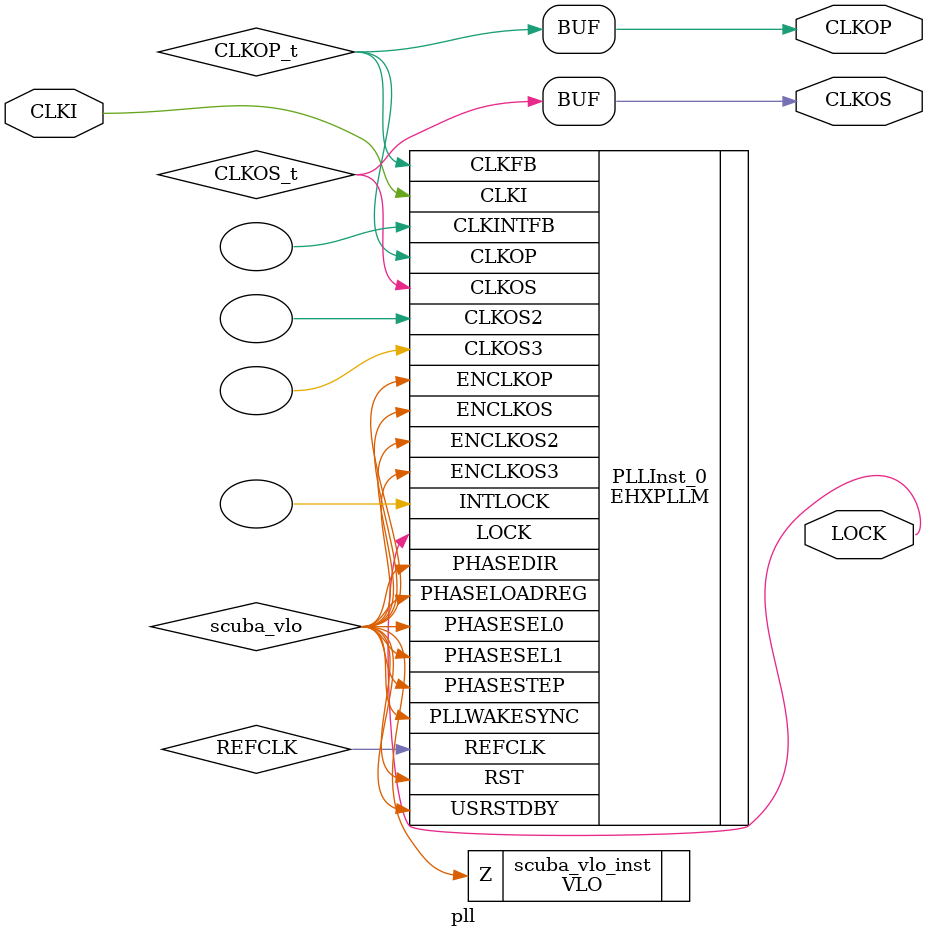
<source format=v>
/* Verilog netlist generated by SCUBA Diamond (64-bit) 3.13.0.56.2 */
/* Module Version: 5.7 */
/* C:\lscc\diamond\3.13\ispfpga\bin\nt64\scuba.exe -w -n pll -lang verilog -synth lse -bus_exp 7 -bb -arch sn5w00 -type pll -fin 83 -fclkop 83 -fclkop_tol 0.0 -fclkos 498 -fclkos_tol 0.0 -phases 0 -phase_cntl STATIC -lock -fb_mode 1 -fdc C:/Users/ethanhead/Desktop/gen3-cam-fw/crosslink_U3v_Project/u3v_live_aud_nd_vid_explorer_des/pll/pll.fdc  */
/* Thu Sep 19 01:55:28 2024 */


`timescale 1 ns / 1 ps
module pll (CLKI, CLKOP, CLKOS, LOCK)/* synthesis NGD_DRC_MASK=1 */;
    input wire CLKI;
    output wire CLKOP;
    output wire CLKOS;
    output wire LOCK;

    wire REFCLK;
    wire CLKOS_t;
    wire CLKOP_t;
    wire scuba_vhi;
    wire scuba_vlo;

    VHI scuba_vhi_inst (.Z(scuba_vhi));

    VLO scuba_vlo_inst (.Z(scuba_vlo));

    defparam PLLInst_0.PLLRST_ENA = "DISABLED" ;
    defparam PLLInst_0.INTFB_WAKE = "DISABLED" ;
    defparam PLLInst_0.STDBY_ENABLE = "DISABLED" ;
    defparam PLLInst_0.DPHASE_SOURCE = "DISABLED" ;
    defparam PLLInst_0.CLKOS3_FPHASE = 0 ;
    defparam PLLInst_0.CLKOS3_CPHASE = 0 ;
    defparam PLLInst_0.CLKOS2_FPHASE = 0 ;
    defparam PLLInst_0.CLKOS2_CPHASE = 0 ;
    defparam PLLInst_0.CLKOS_FPHASE = 0 ;
    defparam PLLInst_0.CLKOS_CPHASE = 1 ;
    defparam PLLInst_0.CLKOP_FPHASE = 0 ;
    defparam PLLInst_0.CLKOP_CPHASE = 11 ;
    defparam PLLInst_0.PLL_LOCK_MODE = 0 ;
    defparam PLLInst_0.CLKOS_TRIM_DELAY = 0 ;
    defparam PLLInst_0.CLKOS_TRIM_POL = "FALLING" ;
    defparam PLLInst_0.CLKOP_TRIM_DELAY = 0 ;
    defparam PLLInst_0.CLKOP_TRIM_POL = "FALLING" ;
    defparam PLLInst_0.OUTDIVIDER_MUXD = "DIVD" ;
    defparam PLLInst_0.CLKOS3_ENABLE = "DISABLED" ;
    defparam PLLInst_0.OUTDIVIDER_MUXC = "DIVC" ;
    defparam PLLInst_0.CLKOS2_ENABLE = "DISABLED" ;
    defparam PLLInst_0.OUTDIVIDER_MUXB = "DIVB" ;
    defparam PLLInst_0.CLKOS_ENABLE = "ENABLED" ;
    defparam PLLInst_0.OUTDIVIDER_MUXA = "DIVA" ;
    defparam PLLInst_0.CLKOP_ENABLE = "ENABLED" ;
    defparam PLLInst_0.CLKOS3_DIV = 1 ;
    defparam PLLInst_0.CLKOS2_DIV = 1 ;
    defparam PLLInst_0.CLKOS_DIV = 2 ;
    defparam PLLInst_0.CLKOP_DIV = 12 ;
    defparam PLLInst_0.CLKFB_DIV = 1 ;
    defparam PLLInst_0.CLKI_DIV = 1 ;
    defparam PLLInst_0.FEEDBK_PATH = "CLKOP" ;
    EHXPLLM PLLInst_0 (.CLKI(CLKI), .CLKFB(CLKOP_t), .PHASESEL1(scuba_vlo), 
        .PHASESEL0(scuba_vlo), .PHASEDIR(scuba_vlo), .PHASESTEP(scuba_vlo), 
        .PHASELOADREG(scuba_vlo), .USRSTDBY(scuba_vlo), .PLLWAKESYNC(scuba_vlo), 
        .RST(scuba_vlo), .ENCLKOP(scuba_vlo), .ENCLKOS(scuba_vlo), .ENCLKOS2(scuba_vlo), 
        .ENCLKOS3(scuba_vlo), .CLKOP(CLKOP_t), .CLKOS(CLKOS_t), .CLKOS2(), 
        .CLKOS3(), .LOCK(LOCK), .INTLOCK(), .REFCLK(REFCLK), .CLKINTFB())
             /* synthesis FREQUENCY_PIN_CLKOS="498.000000" */
             /* synthesis FREQUENCY_PIN_CLKOP="83.000000" */
             /* synthesis FREQUENCY_PIN_CLKI="83.000000" */
             /* synthesis ICP_CURRENT="14" */
             /* synthesis LPF_RESISTOR="8" */;

    assign CLKOS = CLKOS_t;
    assign CLKOP = CLKOP_t;


    // exemplar begin
    // exemplar attribute PLLInst_0 FREQUENCY_PIN_CLKOS 498.000000
    // exemplar attribute PLLInst_0 FREQUENCY_PIN_CLKOP 83.000000
    // exemplar attribute PLLInst_0 FREQUENCY_PIN_CLKI 83.000000
    // exemplar attribute PLLInst_0 ICP_CURRENT 14
    // exemplar attribute PLLInst_0 LPF_RESISTOR 8
    // exemplar end

endmodule

</source>
